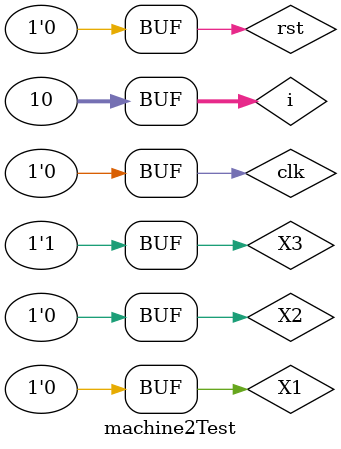
<source format=v>
module machine2Test;

reg  clk, rst, X1, X2, X3;
wire Y;
integer i;

machine2 mch(clk, rst, X1, X2, X3, Y);

initial
begin
  clk = 0;
  rst = 1;
  X1 = 1'b1;
  X2 = 1'b1;
  X3 = 1'b0;
  #5 rst = 0;

   for (i = 0; i < 10; i = i + 1)
    begin
      #2 clk = 1;
      #2 clk = 0;
      $display("State = ", mch.state, " X1 = ", X1, " X2 = ", X2, " X3 = ", X3, " Y= ", Y);
    end

  $display("RESET");
  clk = 0;
  rst = 1;
  X1 = 1'b0;
  X2 = 1'b1;
  X3 = 1'b0;
  #5 rst = 0;

   for (i = 0; i < 10; i = i + 1)
    begin
      #2 clk = 1;
      #2 clk = 0;
      $display("State = ", mch.state, " X1 = ", X1, " X2 = ", X2, " X3 = ", X3, " Y= ", Y);
    end
    
    $display("RESET");
  clk = 0;
  rst = 1;
  X1 = 1'b0;
  X2 = 1'b0;
  X3 = 1'b1;
  #5 rst = 0;

   for (i = 0; i < 10; i = i + 1)
    begin
      #2 clk = 1;
      #2 clk = 0;
      $display("State = ", mch.state, " X1 = ", X1, " X2 = ", X2, " X3 = ", X3, " Y= ", Y);
    end
end

endmodule
</source>
